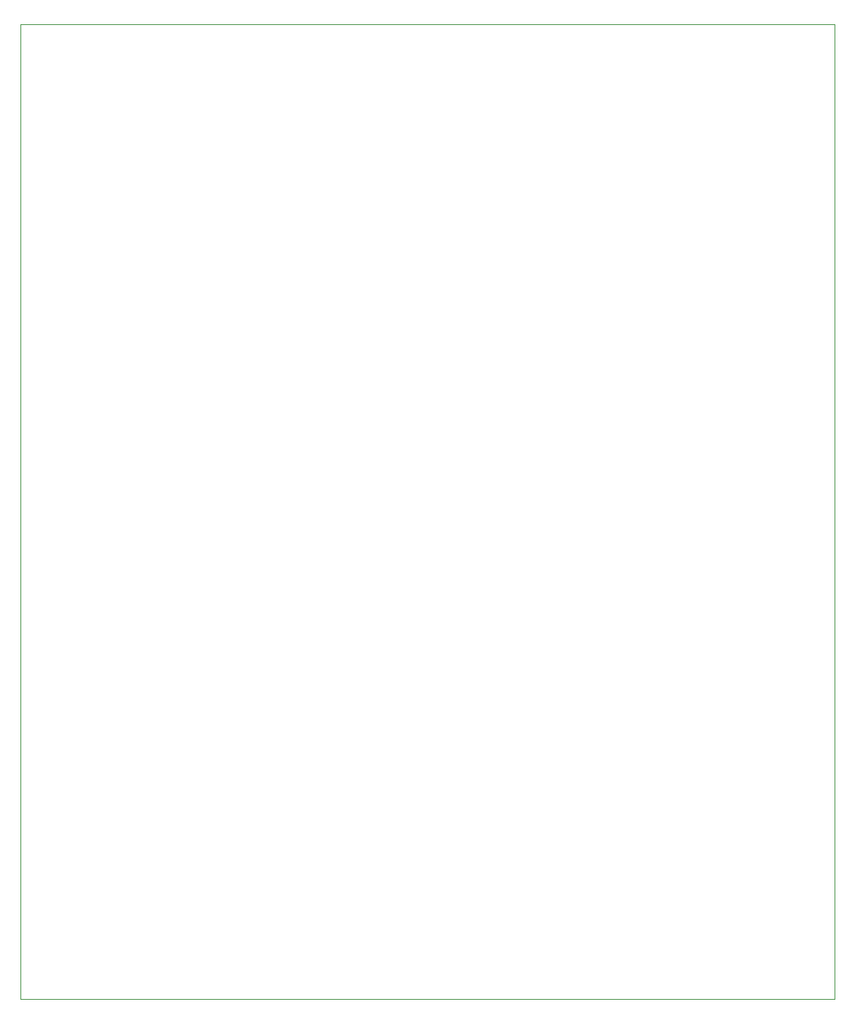
<source format=gbr>
%TF.GenerationSoftware,KiCad,Pcbnew,9.0.1*%
%TF.CreationDate,2025-10-25T16:54:00-04:00*%
%TF.ProjectId,Design V4.0,44657369-676e-4205-9634-2e302e6b6963,rev?*%
%TF.SameCoordinates,Original*%
%TF.FileFunction,Profile,NP*%
%FSLAX46Y46*%
G04 Gerber Fmt 4.6, Leading zero omitted, Abs format (unit mm)*
G04 Created by KiCad (PCBNEW 9.0.1) date 2025-10-25 16:54:00*
%MOMM*%
%LPD*%
G01*
G04 APERTURE LIST*
%TA.AperFunction,Profile*%
%ADD10C,0.050000*%
%TD*%
G04 APERTURE END LIST*
D10*
X158000000Y-29500000D02*
X249000000Y-29500000D01*
X249000000Y-138500000D01*
X158000000Y-138500000D01*
X158000000Y-29500000D01*
M02*

</source>
